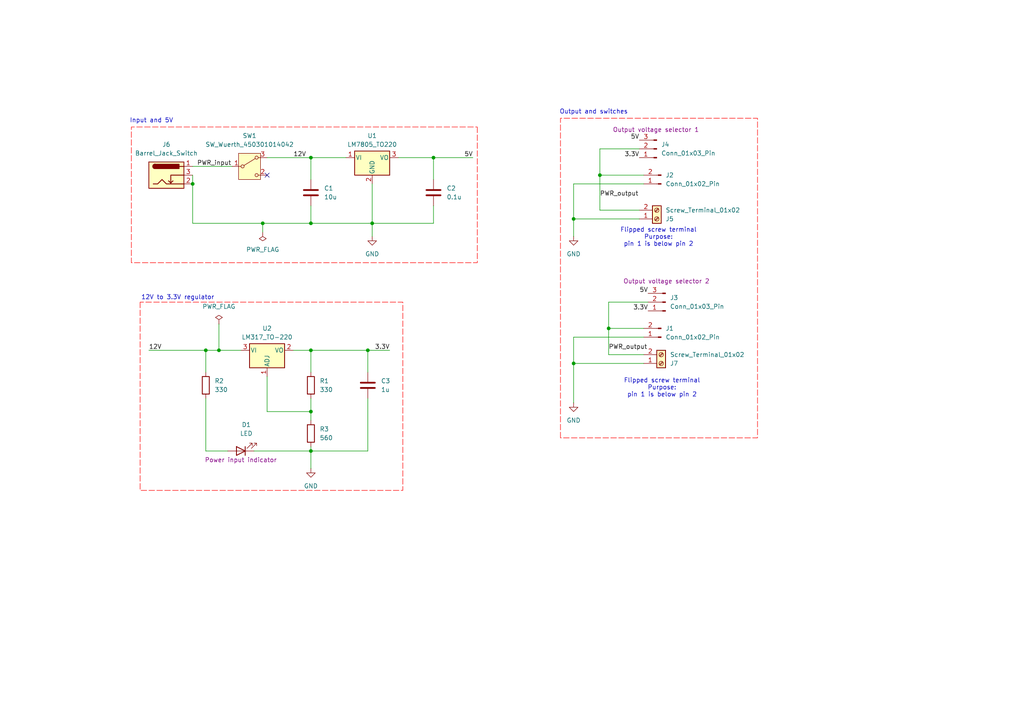
<source format=kicad_sch>
(kicad_sch (version 20250114) (generator "eeschema") (generator_version "9.0")
  (paper "A4")
  (title_block (title "Learning KiCad with a simple project") (date "2025-10-11") (rev "1") (company "DMTech"))
  (lib_symbols
    (symbol "Connector:Barrel_Jack_Switch" (pin_names (hide yes))
      (property "Reference" "J" (at 0 5.334 0))
      (property "Value" "Barrel_Jack_Switch" (at 0 -5.08 0))
      (symbol "Barrel_Jack_Switch_0_1"
        (rectangle (start -5.08 3.81) (end 5.08 -3.81) (stroke (width 0.254)) (fill (type background)))
        (polyline (pts (xy -3.81 -2.54) (xy -2.54 -2.54) (xy -1.27 -1.27) (xy 0 -2.54) (xy 2.54 -2.54) (xy 5.08 -2.54)) (stroke (width 0.254)))
        (arc (start -3.302 1.905) (mid -3.9343 2.54) (end -3.302 3.175) (stroke (width 0.254)))
        (arc (start -3.302 1.905) (mid -3.9343 2.54) (end -3.302 3.175) (stroke (width 0.254)) (fill (type outline)))
        (polyline (pts (xy 1.27 -2.286) (xy 1.905 -1.651)) (stroke (width 0.254)))
        (rectangle (start 3.683 3.175) (end -3.302 1.905) (stroke (width 0.254)) (fill (type outline)))
        (polyline (pts (xy 5.08 2.54) (xy 3.81 2.54)) (stroke (width 0.254)))
        (polyline (pts (xy 5.08 0) (xy 1.27 0) (xy 1.27 -2.286) (xy 0.635 -1.651)) (stroke (width 0.254)))
      )
      (symbol "Barrel_Jack_Switch_1_1"
        (pin passive line (at 7.62 2.54 180) (length 2.54) (name "~") (number "1"))
        (pin passive line (at 7.62 0 180) (length 2.54) (name "~") (number "3"))
        (pin passive line (at 7.62 -2.54 180) (length 2.54) (name "~") (number "2"))
      )
    )
    (symbol "Connector:Conn_01x02_Pin" (pin_names (offset 1.016) (hide yes))
      (property "Reference" "J" (at 0 2.54 0))
      (property "Value" "Conn_01x02_Pin" (at 0 -5.08 0))
      (symbol "Conn_01x02_Pin_1_1"
        (rectangle (start 0.8636 0.127) (end 0 -0.127) (stroke (width 0.1524)) (fill (type outline)))
        (rectangle (start 0.8636 -2.413) (end 0 -2.667) (stroke (width 0.1524)) (fill (type outline)))
        (polyline (pts (xy 1.27 0) (xy 0.8636 0)) (stroke (width 0.1524)))
        (polyline (pts (xy 1.27 -2.54) (xy 0.8636 -2.54)) (stroke (width 0.1524)))
        (pin passive line (at 5.08 0 180) (length 3.81) (name "Pin_1") (number "1"))
        (pin passive line (at 5.08 -2.54 180) (length 3.81) (name "Pin_2") (number "2"))
      )
    )
    (symbol "Connector:Conn_01x03_Pin" (pin_names (offset 1.016) (hide yes))
      (property "Reference" "J" (at 0 5.08 0))
      (property "Value" "Conn_01x03_Pin" (at 0 -5.08 0))
      (symbol "Conn_01x03_Pin_1_1"
        (rectangle (start 0.8636 2.667) (end 0 2.413) (stroke (width 0.1524)) (fill (type outline)))
        (rectangle (start 0.8636 0.127) (end 0 -0.127) (stroke (width 0.1524)) (fill (type outline)))
        (rectangle (start 0.8636 -2.413) (end 0 -2.667) (stroke (width 0.1524)) (fill (type outline)))
        (polyline (pts (xy 1.27 2.54) (xy 0.8636 2.54)) (stroke (width 0.1524)))
        (polyline (pts (xy 1.27 0) (xy 0.8636 0)) (stroke (width 0.1524)))
        (polyline (pts (xy 1.27 -2.54) (xy 0.8636 -2.54)) (stroke (width 0.1524)))
        (pin passive line (at 5.08 2.54 180) (length 3.81) (name "Pin_1") (number "1"))
        (pin passive line (at 5.08 0 180) (length 3.81) (name "Pin_2") (number "2"))
        (pin passive line (at 5.08 -2.54 180) (length 3.81) (name "Pin_3") (number "3"))
      )
    )
    (symbol "Connector:Screw_Terminal_01x02" (pin_names (offset 1.016) (hide yes))
      (property "Reference" "J" (at 0 2.54 0))
      (property "Value" "Screw_Terminal_01x02" (at 0 -5.08 0))
      (symbol "Screw_Terminal_01x02_1_1"
        (rectangle (start -1.27 1.27) (end 1.27 -3.81) (stroke (width 0.254)) (fill (type background)))
        (polyline (pts (xy -0.5334 0.3302) (xy 0.3302 -0.508)) (stroke (width 0.1524)))
        (polyline (pts (xy -0.5334 -2.2098) (xy 0.3302 -3.048)) (stroke (width 0.1524)))
        (polyline (pts (xy -0.3556 0.508) (xy 0.508 -0.3302)) (stroke (width 0.1524)))
        (polyline (pts (xy -0.3556 -2.032) (xy 0.508 -2.8702)) (stroke (width 0.1524)))
        (circle (center 0 0) (radius 0.635) (stroke (width 0.1524)))
        (circle (center 0 -2.54) (radius 0.635) (stroke (width 0.1524)))
        (pin passive line (at -5.08 0 0) (length 3.81) (name "Pin_1") (number "1"))
        (pin passive line (at -5.08 -2.54 0) (length 3.81) (name "Pin_2") (number "2"))
      )
    )
    (symbol "Device:C" (pin_numbers (hide yes)) (pin_names (offset 0.254))
      (property "Reference" "C" (at 0.635 2.54 0))
      (property "Value" "C" (at 0.635 -2.54 0))
      (symbol "C_0_1"
        (polyline (pts (xy -2.032 0.762) (xy 2.032 0.762)) (stroke (width 0.508)))
        (polyline (pts (xy -2.032 -0.762) (xy 2.032 -0.762)) (stroke (width 0.508)))
      )
      (symbol "C_1_1"
        (pin passive line (at 0 3.81 270) (length 2.794) (name "~") (number "1"))
        (pin passive line (at 0 -3.81 90) (length 2.794) (name "~") (number "2"))
      )
    )
    (symbol "Device:LED" (pin_numbers (hide yes)) (pin_names (offset 1.016) (hide yes))
      (property "Reference" "D" (at 0 2.54 0))
      (property "Value" "LED" (at 0 -2.54 0))
      (symbol "LED_0_1"
        (polyline (pts (xy -3.048 -0.762) (xy -4.572 -2.286) (xy -3.81 -2.286) (xy -4.572 -2.286) (xy -4.572 -1.524)))
        (polyline (pts (xy -1.778 -0.762) (xy -3.302 -2.286) (xy -2.54 -2.286) (xy -3.302 -2.286) (xy -3.302 -1.524)))
        (polyline (pts (xy -1.27 0) (xy 1.27 0)))
        (polyline (pts (xy -1.27 -1.27) (xy -1.27 1.27)) (stroke (width 0.254)))
        (polyline (pts (xy 1.27 -1.27) (xy 1.27 1.27) (xy -1.27 0) (xy 1.27 -1.27)) (stroke (width 0.254)))
      )
      (symbol "LED_1_1"
        (pin passive line (at -3.81 0 0) (length 2.54) (name "K") (number "1"))
        (pin passive line (at 3.81 0 180) (length 2.54) (name "A") (number "2"))
      )
    )
    (symbol "Device:R" (pin_numbers (hide yes)) (pin_names (offset 0))
      (property "Reference" "R" (at 2.032 0 90))
      (property "Value" "R" (at 0 0 90))
      (symbol "R_0_1"
        (rectangle (start -1.016 -2.54) (end 1.016 2.54) (stroke (width 0.254)))
      )
      (symbol "R_1_1"
        (pin passive line (at 0 3.81 270) (length 1.27) (name "~") (number "1"))
        (pin passive line (at 0 -3.81 90) (length 1.27) (name "~") (number "2"))
      )
    )
    (symbol "Regulator_Linear:LM317_TO-220" (pin_names (offset 0.254))
      (property "Reference" "U" (at -3.81 3.175 0))
      (property "Value" "LM317_TO-220" (at 0 3.175 0))
      (symbol "LM317_TO-220_0_1"
        (rectangle (start -5.08 1.905) (end 5.08 -5.08) (stroke (width 0.254)) (fill (type background)))
      )
      (symbol "LM317_TO-220_1_1"
        (pin power_in line (at -7.62 0 0) (length 2.54) (name "VI") (number "3"))
        (pin input line (at 0 -7.62 90) (length 2.54) (name "ADJ") (number "1"))
        (pin power_out line (at 7.62 0 180) (length 2.54) (name "VO") (number "2"))
      )
    )
    (symbol "Regulator_Linear:LM7805_TO220" (pin_names (offset 0.254))
      (property "Reference" "U" (at -3.81 3.175 0))
      (property "Value" "LM7805_TO220" (at 0 3.175 0))
      (symbol "LM7805_TO220_0_1"
        (rectangle (start -5.08 1.905) (end 5.08 -5.08) (stroke (width 0.254)) (fill (type background)))
      )
      (symbol "LM7805_TO220_1_1"
        (pin power_in line (at -7.62 0 0) (length 2.54) (name "VI") (number "1"))
        (pin power_in line (at 0 -7.62 90) (length 2.54) (name "GND") (number "2"))
        (pin power_out line (at 7.62 0 180) (length 2.54) (name "VO") (number "3"))
      )
    )
    (symbol "Switch:SW_Wuerth_450301014042" (pin_names (offset 1) (hide yes))
      (property "Reference" "SW" (at 0 5.08 0))
      (property "Value" "SW_Wuerth_450301014042" (at 0 -5.08 0))
      (symbol "SW_Wuerth_450301014042_0_1"
        (circle (center -2.032 0) (radius 0.4572))
        (polyline (pts (xy -1.651 0.254) (xy 1.651 2.286)))
        (circle (center 2.032 2.54) (radius 0.4572))
        (circle (center 2.032 -2.54) (radius 0.4572))
      )
      (symbol "SW_Wuerth_450301014042_1_1"
        (rectangle (start -3.175 3.81) (end 3.175 -3.81) (fill (type background)))
        (pin passive line (at -5.08 0 0) (length 2.54) (name "B") (number "1"))
        (pin passive line (at 5.08 2.54 180) (length 2.54) (name "A") (number "3"))
        (pin passive line (at 5.08 -2.54 180) (length 2.54) (name "C") (number "2"))
      )
    )
    (symbol "power:GND" (power) (pin_numbers (hide yes)) (pin_names (offset 0) (hide yes))
      (property "Value" "GND" (at 0 -3.81 0))
      (symbol "GND_0_1"
        (polyline (pts (xy 0 0) (xy 0 -1.27) (xy 1.27 -1.27) (xy 0 -2.54) (xy -1.27 -1.27) (xy 0 -1.27)))
      )
      (symbol "GND_1_1"
        (pin power_in line (at 0 0 270) (length 0) (name "~") (number "1"))
      )
    )
    (symbol "power:PWR_FLAG" (power) (pin_numbers (hide yes)) (pin_names (offset 0) (hide yes))
      (property "Value" "PWR_FLAG" (at 0 3.81 0))
      (symbol "PWR_FLAG_0_0"
        (pin power_out line (at 0 0 90) (length 0) (name "~") (number "1"))
      )
      (symbol "PWR_FLAG_0_1"
        (polyline (pts (xy 0 0) (xy 0 1.27) (xy -1.016 1.905) (xy 0 2.54) (xy 1.016 1.905) (xy 0 1.27)))
      )
    )
  )
  (text "Input and 5V" (at 43.942 35.052 0) (effects (font (size 1.27 1.27))))
  (text "Output and switches" (at 172.212 32.512 0) (effects (font (size 1.27 1.27))))
  (text "Flipped screw terminal\nPurpose:\npin 1 is below pin 2" (at 191.008 68.834 0) (effects (font (size 1.27 1.27))))
  (text "12V to 3.3V regulator" (at 51.562 86.36 0) (effects (font (size 1.27 1.27))))
  (text "Flipped screw terminal\nPurpose:\npin 1 is below pin 2" (at 192.024 112.522 0) (effects (font (size 1.27 1.27))))
  (junction (at 166.37 105.41))
  (junction (at 90.17 45.72))
  (junction (at 76.2 64.77))
  (junction (at 173.99 50.8))
  (junction (at 106.68 101.6))
  (junction (at 125.73 45.72))
  (junction (at 107.95 64.77))
  (junction (at 176.53 95.25))
  (junction (at 166.37 63.5))
  (junction (at 63.5 101.6))
  (junction (at 90.17 101.6))
  (junction (at 90.17 64.77))
  (junction (at 59.69 101.6))
  (junction (at 90.17 119.38))
  (junction (at 90.17 130.81))
  (junction (at 55.88 53.34))
  (no_connect (at 77.47 50.8))
  (wire (pts (xy 176.53 95.25) (xy 186.69 95.25)))
  (wire (pts (xy 90.17 101.6) (xy 106.68 101.6)))
  (wire (pts (xy 173.99 43.18) (xy 173.99 50.8)))
  (wire (pts (xy 59.69 130.81) (xy 66.04 130.81)))
  (wire (pts (xy 186.69 53.34) (xy 166.37 53.34)))
  (wire (pts (xy 186.69 97.79) (xy 166.37 97.79)))
  (wire (pts (xy 166.37 63.5) (xy 166.37 68.58)))
  (wire (pts (xy 185.42 43.18) (xy 173.99 43.18)))
  (wire (pts (xy 125.73 45.72) (xy 137.16 45.72)))
  (wire (pts (xy 76.2 64.77) (xy 76.2 67.31)))
  (wire (pts (xy 90.17 101.6) (xy 90.17 107.95)))
  (wire (pts (xy 73.66 130.81) (xy 90.17 130.81)))
  (wire (pts (xy 173.99 50.8) (xy 173.99 60.96)))
  (wire (pts (xy 63.5 93.98) (xy 63.5 101.6)))
  (wire (pts (xy 115.57 45.72) (xy 125.73 45.72)))
  (wire (pts (xy 166.37 53.34) (xy 166.37 63.5)))
  (wire (pts (xy 59.69 115.57) (xy 59.69 130.81)))
  (wire (pts (xy 76.2 64.77) (xy 55.88 64.77)))
  (wire (pts (xy 176.53 102.87) (xy 176.53 95.25)))
  (wire (pts (xy 107.95 68.58) (xy 107.95 64.77)))
  (wire (pts (xy 90.17 64.77) (xy 107.95 64.77)))
  (wire (pts (xy 90.17 59.69) (xy 90.17 64.77)))
  (wire (pts (xy 107.95 53.34) (xy 107.95 64.77)))
  (wire (pts (xy 55.88 50.8) (xy 55.88 53.34)))
  (wire (pts (xy 90.17 45.72) (xy 90.17 52.07)))
  (wire (pts (xy 59.69 101.6) (xy 63.5 101.6)))
  (wire (pts (xy 186.69 102.87) (xy 176.53 102.87)))
  (wire (pts (xy 55.88 48.26) (xy 67.31 48.26)))
  (wire (pts (xy 185.42 63.5) (xy 166.37 63.5)))
  (wire (pts (xy 90.17 130.81) (xy 90.17 135.89)))
  (wire (pts (xy 186.69 105.41) (xy 166.37 105.41)))
  (wire (pts (xy 125.73 64.77) (xy 125.73 59.69)))
  (wire (pts (xy 106.68 130.81) (xy 90.17 130.81)))
  (wire (pts (xy 43.18 101.6) (xy 59.69 101.6)))
  (wire (pts (xy 90.17 119.38) (xy 77.47 119.38)))
  (wire (pts (xy 106.68 115.57) (xy 106.68 130.81)))
  (wire (pts (xy 77.47 45.72) (xy 90.17 45.72)))
  (wire (pts (xy 77.47 119.38) (xy 77.47 109.22)))
  (wire (pts (xy 186.69 50.8) (xy 173.99 50.8)))
  (wire (pts (xy 76.2 64.77) (xy 90.17 64.77)))
  (wire (pts (xy 90.17 115.57) (xy 90.17 119.38)))
  (wire (pts (xy 85.09 101.6) (xy 90.17 101.6)))
  (wire (pts (xy 125.73 45.72) (xy 125.73 52.07)))
  (wire (pts (xy 106.68 101.6) (xy 106.68 107.95)))
  (wire (pts (xy 59.69 101.6) (xy 59.69 107.95)))
  (wire (pts (xy 55.88 64.77) (xy 55.88 53.34)))
  (wire (pts (xy 63.5 101.6) (xy 69.85 101.6)))
  (wire (pts (xy 176.53 87.63) (xy 176.53 95.25)))
  (wire (pts (xy 173.99 60.96) (xy 185.42 60.96)))
  (wire (pts (xy 107.95 64.77) (xy 125.73 64.77)))
  (wire (pts (xy 90.17 130.81) (xy 90.17 129.54)))
  (wire (pts (xy 90.17 45.72) (xy 100.33 45.72)))
  (wire (pts (xy 90.17 119.38) (xy 90.17 121.92)))
  (wire (pts (xy 166.37 105.41) (xy 166.37 116.84)))
  (wire (pts (xy 187.96 87.63) (xy 176.53 87.63)))
  (wire (pts (xy 106.68 101.6) (xy 113.03 101.6)))
  (wire (pts (xy 166.37 97.79) (xy 166.37 105.41)))
  (label "PWR_output" (at 173.99 57.15 0))
  (label "12V" (at 85.09 45.72 0))
  (label "3.3V" (at 113.03 101.6 180))
  (label "3.3V" (at 185.42 45.72 180))
  (label "12V" (at 43.18 101.6 0))
  (label "5V" (at 187.96 85.09 180))
  (label "5V" (at 185.42 40.64 180))
  (label "PWR_input" (at 57.15 48.26 0))
  (label "3.3V" (at 187.96 90.17 180))
  (label "5V" (at 137.16 45.72 180))
  (label "PWR_output" (at 176.53 101.6 0))
  (rule_area (polyline (pts (xy 138.43 36.83) (xy 138.43 76.2) (xy 38.1 76.2) (xy 38.1 36.83)) (stroke (width 0) (type dash))))
  (rule_area (polyline (pts (xy 162.56 127) (xy 162.56 35.56) (xy 162.56 34.29) (xy 219.71 34.29) (xy 219.71 127)) (stroke (width 0) (type dash))))
  (rule_area (polyline (pts (xy 40.64 87.63) (xy 40.64 140.97) (xy 40.64 142.24) (xy 116.84 142.24) (xy 116.84 87.63)) (stroke (width 0) (type dash))))
  (symbol (lib_id "Regulator_Linear:LM317_TO-220") (at 77.47 101.6 0) (unit 1)
    (property "Reference" "U2" (at 77.47 95.25 0))
    (property "Value" "LM317_TO-220" (at 77.47 97.79 0))
    (property "Footprint" "Package_TO_SOT_THT:TO-220-3_Vertical" (effects (hide yes)))
    (property "Datasheet" "http://www.ti.com/lit/ds/symlink/lm317.pdf" (effects (hide yes)))
    (property "Description" "1.5A 35V Adjustable Linear Regulator, TO-220" (effects (hide yes)))
  )
  (symbol (lib_id "Device:LED") (at 69.85 130.81 180) (unit 1)
    (property "Reference" "D1" (at 71.4375 123.19 0))
    (property "Value" "LED" (at 71.4375 125.73 0))
    (property "Footprint" "LED_THT:LED_D5.0mm" (effects (hide yes)))
    (property "Description" "Light emitting diode" (effects (hide yes)))
    (property "Sim.Pins" "1=K 2=A" (effects (hide yes)))
    (property "Purpose" "Power input indicator" (at 69.85 134.112 0) (effects (justify top)))
  )
  (symbol (lib_id "Connector:Conn_01x03_Pin") (at 190.5 43.18 180) (unit 1)
    (property "Reference" "J4" (at 191.77 41.9099 0) (effects (justify right)))
    (property "Value" "Conn_01x03_Pin" (at 191.77 44.4499 0) (effects (justify right)))
    (property "Footprint" "Connector_PinHeader_2.54mm:PinHeader_1x03_P2.54mm_Vertical" (effects (hide yes)))
    (property "Description" "Generic connector, single row, 01x03, script generated" (effects (hide yes)))
    (property "Purpose" "Output voltage selector 1" (at 190.246 37.592 0))
  )
  (symbol (lib_id "power:GND") (at 166.37 116.84 0) (unit 1)
    (property "Reference" "#PWR02" (effects (hide yes)))
    (property "Value" "GND" (at 166.37 121.92 0))
    (property "Description" "Power symbol creates a global label with name \"GND\" , ground" (effects (hide yes)))
  )
  (symbol (lib_id "power:GND") (at 166.37 68.58 0) (unit 1)
    (property "Reference" "#PWR04" (effects (hide yes)))
    (property "Value" "GND" (at 166.37 73.66 0))
    (property "Description" "Power symbol creates a global label with name \"GND\" , ground" (effects (hide yes)))
  )
  (symbol (lib_id "Connector:Barrel_Jack_Switch") (at 48.26 50.8 0) (unit 1)
    (property "Reference" "J6" (at 48.26 41.91 0))
    (property "Value" "Barrel_Jack_Switch" (at 48.26 44.45 0))
    (property "Footprint" "Connector_BarrelJack:BarrelJack_Horizontal" (effects (hide yes)))
    (property "Description" "DC Barrel Jack with an internal switch" (effects (hide yes)))
  )
  (symbol (lib_id "power:PWR_FLAG") (at 76.2 67.31 180) (unit 1)
    (property "Reference" "#FLG01" (effects (hide yes)))
    (property "Value" "PWR_FLAG" (at 76.2 72.39 0))
    (property "Description" "Special symbol for telling ERC where power comes from" (effects (hide yes)))
  )
  (symbol (lib_id "Switch:SW_Wuerth_450301014042") (at 72.39 48.26 0) (unit 1)
    (property "Reference" "SW1" (at 72.39 39.37 0))
    (property "Value" "SW_Wuerth_450301014042" (at 72.39 41.91 0))
    (property "Footprint" "Button_Switch_THT:SW_Slide-03_Wuerth-WS-SLTV_10x2.5x6.4_P2.54mm" (effects (hide yes)))
    (property "Datasheet" "https://www.we-online.com/components/products/datasheet/450301014042.pdf" (effects (hide yes)))
    (property "Description" "Switch slide, single pole double throw" (effects (hide yes)))
  )
  (symbol (lib_id "Connector:Screw_Terminal_01x02") (at 190.5 63.5 0) (mirror x) (unit 1)
    (property "Reference" "J5" (at 193.04 63.5001 0) (effects (justify left)))
    (property "Value" "Screw_Terminal_01x02" (at 193.04 60.9601 0) (effects (justify left)))
    (property "Footprint" "TerminalBlock:TerminalBlock_bornier-2_P5.08mm" (effects (hide yes)))
    (property "Description" "Generic screw terminal, single row, 01x02, script generated (kicad-library-utils/schlib/autogen/connector/)" (effects (hide yes)))
  )
  (symbol (lib_id "Connector:Conn_01x02_Pin") (at 191.77 97.79 180) (unit 1)
    (property "Reference" "J1" (at 193.04 95.2499 0) (effects (justify right)))
    (property "Value" "Conn_01x02_Pin" (at 193.04 97.7899 0) (effects (justify right)))
    (property "Footprint" "Connector_PinHeader_2.54mm:PinHeader_2x01_P2.54mm_Vertical" (effects (hide yes)))
    (property "Description" "Generic connector, single row, 01x02, script generated" (effects (hide yes)))
  )
  (symbol (lib_id "Device:C") (at 125.73 55.88 0) (unit 1)
    (property "Reference" "C2" (at 129.54 54.6099 0) (effects (justify left)))
    (property "Value" "0.1u" (at 129.54 57.1499 0) (effects (justify left)))
    (property "Footprint" "Capacitor_THT:C_Disc_D3.0mm_W1.6mm_P2.50mm" (effects (hide yes)))
    (property "Description" "Unpolarized capacitor" (effects (hide yes)))
  )
  (symbol (lib_id "Connector:Conn_01x02_Pin") (at 191.77 53.34 180) (unit 1)
    (property "Reference" "J2" (at 193.04 50.7999 0) (effects (justify right)))
    (property "Value" "Conn_01x02_Pin" (at 193.04 53.3399 0) (effects (justify right)))
    (property "Footprint" "Connector_PinHeader_2.54mm:PinHeader_2x01_P2.54mm_Vertical" (effects (hide yes)))
    (property "Description" "Generic connector, single row, 01x02, script generated" (effects (hide yes)))
  )
  (symbol (lib_id "power:PWR_FLAG") (at 63.5 93.98 0) (unit 1)
    (property "Reference" "#FLG02" (effects (hide yes)))
    (property "Value" "PWR_FLAG" (at 63.5 88.9 0))
    (property "Description" "Special symbol for telling ERC where power comes from" (effects (hide yes)))
  )
  (symbol (lib_id "power:GND") (at 107.95 68.58 0) (unit 1)
    (property "Reference" "#PWR01" (effects (hide yes)))
    (property "Value" "GND" (at 107.95 73.66 0))
    (property "Description" "Power symbol creates a global label with name \"GND\" , ground" (effects (hide yes)))
  )
  (symbol (lib_id "Device:C") (at 90.17 55.88 180) (unit 1)
    (property "Reference" "C1" (at 93.98 54.6099 0) (effects (justify right)))
    (property "Value" "10u" (at 93.98 57.1499 0) (effects (justify right)))
    (property "Footprint" "Capacitor_THT:C_Disc_D3.0mm_W1.6mm_P2.50mm" (effects (hide yes)))
    (property "Description" "Unpolarized capacitor" (effects (hide yes)))
  )
  (symbol (lib_id "power:GND") (at 90.17 135.89 0) (unit 1)
    (property "Reference" "#PWR03" (effects (hide yes)))
    (property "Value" "GND" (at 90.17 140.97 0))
    (property "Description" "Power symbol creates a global label with name \"GND\" , ground" (effects (hide yes)))
  )
  (symbol (lib_id "Device:R") (at 90.17 111.76 180) (unit 1)
    (property "Reference" "R1" (at 92.71 110.4899 0) (effects (justify right)))
    (property "Value" "330" (at 92.71 113.0299 0) (effects (justify right)))
    (property "Footprint" "Resistor_THT:R_Axial_DIN0204_L3.6mm_D1.6mm_P7.62mm_Horizontal" (effects (hide yes)))
    (property "Description" "Resistor" (effects (hide yes)))
  )
  (symbol (lib_id "Device:R") (at 59.69 111.76 180) (unit 1)
    (property "Reference" "R2" (at 62.23 110.4899 0) (effects (justify right)))
    (property "Value" "330" (at 62.23 113.0299 0) (effects (justify right)))
    (property "Footprint" "Resistor_THT:R_Axial_DIN0204_L3.6mm_D1.6mm_P7.62mm_Horizontal" (effects (hide yes)))
    (property "Description" "Resistor" (effects (hide yes)))
  )
  (symbol (lib_id "Device:C") (at 106.68 111.76 0) (unit 1)
    (property "Reference" "C3" (at 110.49 110.4899 0) (effects (justify left)))
    (property "Value" "1u" (at 110.49 113.0299 0) (effects (justify left)))
    (property "Footprint" "Capacitor_THT:C_Disc_D3.0mm_W1.6mm_P2.50mm" (effects (hide yes)))
    (property "Description" "Unpolarized capacitor" (effects (hide yes)))
  )
  (symbol (lib_id "Connector:Conn_01x03_Pin") (at 193.04 87.63 180) (unit 1)
    (property "Reference" "J3" (at 194.31 86.3599 0) (effects (justify right)))
    (property "Value" "Conn_01x03_Pin" (at 194.31 88.8999 0) (effects (justify right)))
    (property "Footprint" "Connector_PinHeader_2.54mm:PinHeader_1x03_P2.54mm_Vertical" (effects (hide yes)))
    (property "Description" "Generic connector, single row, 01x03, script generated" (effects (hide yes)))
    (property "Purpose" "Output voltage selector 2" (at 193.294 81.534 0))
  )
  (symbol (lib_id "Connector:Screw_Terminal_01x02") (at 191.77 105.41 0) (mirror x) (unit 1)
    (property "Reference" "J7" (at 194.31 105.4101 0) (effects (justify left)))
    (property "Value" "Screw_Terminal_01x02" (at 194.31 102.8701 0) (effects (justify left)))
    (property "Footprint" "TerminalBlock:TerminalBlock_bornier-2_P5.08mm" (effects (hide yes)))
    (property "Description" "Generic screw terminal, single row, 01x02, script generated (kicad-library-utils/schlib/autogen/connector/)" (effects (hide yes)))
  )
  (symbol (lib_id "Device:R") (at 90.17 125.73 180) (unit 1)
    (property "Reference" "R3" (at 92.71 124.4599 0) (effects (justify right)))
    (property "Value" "560" (at 92.71 126.9999 0) (effects (justify right)))
    (property "Footprint" "Resistor_THT:R_Axial_DIN0204_L3.6mm_D1.6mm_P7.62mm_Horizontal" (effects (hide yes)))
    (property "Description" "Resistor" (effects (hide yes)))
  )
  (symbol (lib_id "Regulator_Linear:LM7805_TO220") (at 107.95 45.72 0) (unit 1)
    (property "Reference" "U1" (at 107.95 39.37 0))
    (property "Value" "LM7805_TO220" (at 107.95 41.91 0))
    (property "Footprint" "Package_TO_SOT_THT:TO-220-3_Vertical" (effects (hide yes)))
    (property "Datasheet" "https://www.onsemi.cn/PowerSolutions/document/MC7800-D.PDF" (effects (hide yes)))
    (property "Description" "Positive 1A 35V Linear Regulator, Fixed Output 5V, TO-220" (effects (hide yes)))
  )
)
</source>
